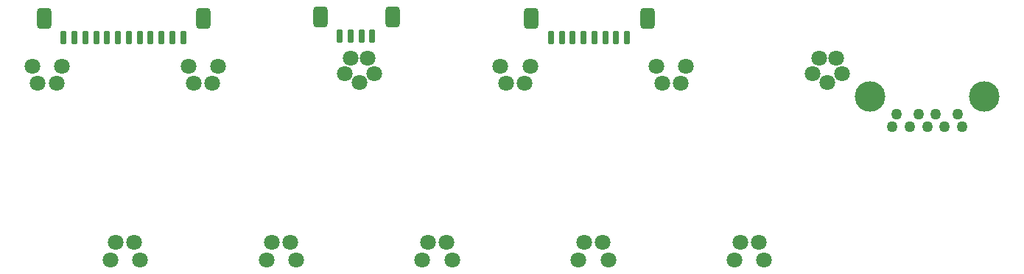
<source format=gbr>
%TF.GenerationSoftware,KiCad,Pcbnew,7.0.6*%
%TF.CreationDate,2024-03-25T03:04:45-04:00*%
%TF.ProjectId,peripheral_io_main,70657269-7068-4657-9261-6c5f696f5f6d,rev?*%
%TF.SameCoordinates,Original*%
%TF.FileFunction,Soldermask,Top*%
%TF.FilePolarity,Negative*%
%FSLAX46Y46*%
G04 Gerber Fmt 4.6, Leading zero omitted, Abs format (unit mm)*
G04 Created by KiCad (PCBNEW 7.0.6) date 2024-03-25 03:04:45*
%MOMM*%
%LPD*%
G01*
G04 APERTURE LIST*
G04 Aperture macros list*
%AMRoundRect*
0 Rectangle with rounded corners*
0 $1 Rounding radius*
0 $2 $3 $4 $5 $6 $7 $8 $9 X,Y pos of 4 corners*
0 Add a 4 corners polygon primitive as box body*
4,1,4,$2,$3,$4,$5,$6,$7,$8,$9,$2,$3,0*
0 Add four circle primitives for the rounded corners*
1,1,$1+$1,$2,$3*
1,1,$1+$1,$4,$5*
1,1,$1+$1,$6,$7*
1,1,$1+$1,$8,$9*
0 Add four rect primitives between the rounded corners*
20,1,$1+$1,$2,$3,$4,$5,0*
20,1,$1+$1,$4,$5,$6,$7,0*
20,1,$1+$1,$6,$7,$8,$9,0*
20,1,$1+$1,$8,$9,$2,$3,0*%
G04 Aperture macros list end*
%ADD10C,1.800000*%
%ADD11RoundRect,0.425000X-0.425000X-0.775000X0.425000X-0.775000X0.425000X0.775000X-0.425000X0.775000X0*%
%ADD12RoundRect,0.150000X-0.150000X-0.650000X0.150000X-0.650000X0.150000X0.650000X-0.150000X0.650000X0*%
%ADD13C,1.260000*%
%ADD14C,3.500000*%
G04 APERTURE END LIST*
D10*
%TO.C,J1*%
X120197613Y-89671880D03*
X120822707Y-91621879D03*
X123597657Y-89671880D03*
X122972634Y-91621879D03*
%TD*%
%TO.C,J6*%
X191961213Y-89671880D03*
X192586307Y-91621879D03*
X195361257Y-89671880D03*
X194736234Y-91621879D03*
%TD*%
%TO.C,J9*%
X174020313Y-89671880D03*
X174645407Y-91621879D03*
X177420357Y-89671880D03*
X176795334Y-91621879D03*
%TD*%
%TO.C,J8*%
X204331757Y-111899378D03*
X203706663Y-109949379D03*
X200931713Y-111899378D03*
X201556736Y-109949379D03*
%TD*%
%TO.C,J3*%
X150509057Y-111899378D03*
X149883963Y-109949379D03*
X147109013Y-111899378D03*
X147734036Y-109949379D03*
%TD*%
%TO.C,J11*%
X213304235Y-90527679D03*
X212580235Y-88724679D03*
X209900235Y-90527679D03*
X210624235Y-88724679D03*
X211602235Y-91518679D03*
%TD*%
%TO.C,J2*%
X132568157Y-111899378D03*
X131943063Y-109949379D03*
X129168113Y-111899378D03*
X129793136Y-109949379D03*
%TD*%
%TO.C,J10*%
X159481435Y-90527679D03*
X158757435Y-88724679D03*
X156077435Y-90527679D03*
X156801435Y-88724679D03*
X157779435Y-91518679D03*
%TD*%
D11*
%TO.C,J14*%
X177567500Y-84146100D03*
X190917500Y-84146100D03*
D12*
X188567500Y-86396100D03*
X187317500Y-86396100D03*
X186067500Y-86396100D03*
X184817500Y-86396100D03*
X183567500Y-86396100D03*
X182317500Y-86396100D03*
X181067500Y-86396100D03*
X179817500Y-86396100D03*
%TD*%
D11*
%TO.C,J12*%
X121555100Y-84146100D03*
X139905100Y-84146100D03*
D12*
X137555100Y-86396100D03*
X136305100Y-86396100D03*
X135055100Y-86396100D03*
X133805100Y-86396100D03*
X132555100Y-86396100D03*
X131305100Y-86396100D03*
X130055100Y-86396100D03*
X128805100Y-86396100D03*
X127555100Y-86396100D03*
X126305100Y-86396100D03*
X125055100Y-86396100D03*
X123805100Y-86396100D03*
%TD*%
D10*
%TO.C,J4*%
X186390857Y-111899378D03*
X185765763Y-109949379D03*
X182990813Y-111899378D03*
X183615836Y-109949379D03*
%TD*%
D13*
%TO.C,J19*%
X226560000Y-95150000D03*
X224060000Y-95150000D03*
X222060000Y-95150000D03*
X219560000Y-95150000D03*
X219060000Y-96650000D03*
X221060000Y-96650000D03*
X223060000Y-96650000D03*
X225060000Y-96650000D03*
X227060000Y-96650000D03*
D14*
X216490000Y-93150000D03*
X229630000Y-93150000D03*
%TD*%
D10*
%TO.C,J5*%
X138138513Y-89671880D03*
X138763607Y-91621879D03*
X141538557Y-89671880D03*
X140913534Y-91621879D03*
%TD*%
%TO.C,J7*%
X168449957Y-111899378D03*
X167824863Y-109949379D03*
X165049913Y-111899378D03*
X165674936Y-109949379D03*
%TD*%
D11*
%TO.C,J13*%
X153290900Y-83993700D03*
X161640900Y-83993700D03*
D12*
X159290900Y-86243700D03*
X158040900Y-86243700D03*
X156790900Y-86243700D03*
X155540900Y-86243700D03*
%TD*%
M02*

</source>
